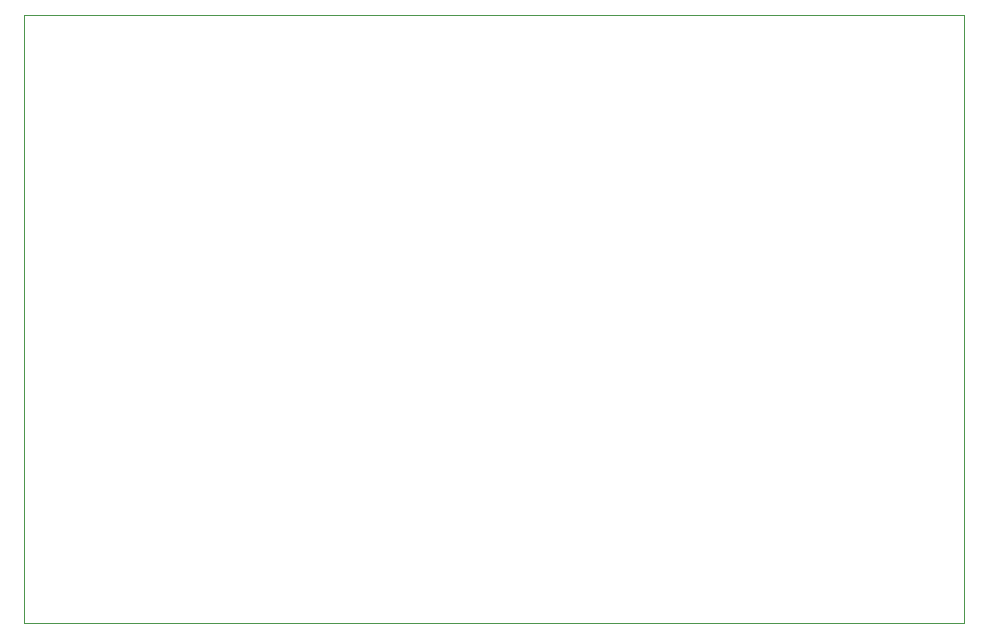
<source format=gm1>
%TF.GenerationSoftware,KiCad,Pcbnew,(5.1.9)-1*%
%TF.CreationDate,2021-08-04T23:07:10+08:00*%
%TF.ProjectId,Arduino charger,41726475-696e-46f2-9063-686172676572,rev?*%
%TF.SameCoordinates,Original*%
%TF.FileFunction,Profile,NP*%
%FSLAX46Y46*%
G04 Gerber Fmt 4.6, Leading zero omitted, Abs format (unit mm)*
G04 Created by KiCad (PCBNEW (5.1.9)-1) date 2021-08-04 23:07:10*
%MOMM*%
%LPD*%
G01*
G04 APERTURE LIST*
%TA.AperFunction,Profile*%
%ADD10C,0.050000*%
%TD*%
G04 APERTURE END LIST*
D10*
X110800000Y-127800000D02*
X110800000Y-76400000D01*
X190400000Y-127800000D02*
X110800000Y-127800000D01*
X190400000Y-76400000D02*
X190400000Y-127800000D01*
X110800000Y-76400000D02*
X190400000Y-76400000D01*
M02*

</source>
